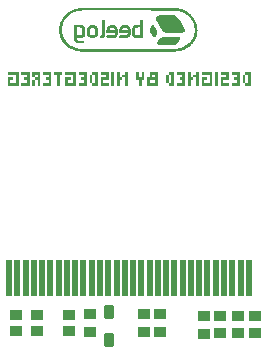
<source format=gbs>
G04 Layer: BottomSolderMaskLayer*
G04 EasyEDA Pro v2.2.28.1, 2024-09-30 17:42:25*
G04 Gerber Generator version 0.3*
G04 Scale: 100 percent, Rotated: No, Reflected: No*
G04 Dimensions in millimeters*
G04 Leading zeros omitted, absolute positions, 3 integers and 5 decimals*
%FSLAX35Y35*%
%MOMM*%
%AMRoundRect*1,1,$1,$2,$3*1,1,$1,$4,$5*1,1,$1,0-$2,0-$3*1,1,$1,0-$4,0-$5*20,1,$1,$2,$3,$4,$5,0*20,1,$1,$4,$5,0-$2,0-$3,0*20,1,$1,0-$2,0-$3,0-$4,0-$5,0*20,1,$1,0-$4,0-$5,$2,$3,0*4,1,4,$2,$3,$4,$5,0-$2,0-$3,0-$4,0-$5,$2,$3,0*%
%ADD10RoundRect,0.09131X0.45514X0.40514X0.45514X-0.40514*%
%ADD11RoundRect,0.09131X0.45514X0.40514X0.45514X-0.40514*%
%ADD12RoundRect,0.09131X-0.45514X-0.40514X-0.45514X0.40514*%
%ADD13RoundRect,0.0911X-0.38046X-0.50545X-0.38046X0.50545*%
%ADD14RoundRect,0.09138X-0.43712X-0.40835X-0.43712X0.40835*%
%ADD15RoundRect,0.0886X0.18458X1.50932X0.18458X-1.50932*%
%ADD16RoundRect,0.08296X0.18458X1.50932X0.18458X-1.50932*%
%ADD17RoundRect,0.08324X0.18464X1.50938X0.18464X-1.50938*%
G75*


G04 Image Start*
G36*
G01X6991428Y-2677795D02*
G01X6981793Y-2678428D01*
G01X6972427Y-2678842D01*
G01X6185315Y-2678586D01*
G01X6178934Y-2677921D01*
G01X6161239Y-2675446D01*
G01X6144297Y-2671782D01*
G01X6128094Y-2666923D01*
G01X6112615Y-2660864D01*
G01X6097848Y-2653597D01*
G01X6083780Y-2645118D01*
G01X6070396Y-2635420D01*
G01X6057682Y-2624497D01*
G01X6051001Y-2617978D01*
G01X6044709Y-2611238D01*
G01X6038811Y-2604285D01*
G01X6033311Y-2597126D01*
G01X6028210Y-2589769D01*
G01X6023515Y-2582222D01*
G01X6019227Y-2574493D01*
G01X6015350Y-2566589D01*
G01X6011888Y-2558519D01*
G01X6008845Y-2550290D01*
G01X6006224Y-2541910D01*
G01X6004029Y-2533386D01*
G01X6002263Y-2524727D01*
G01X6000930Y-2515940D01*
G01X6000034Y-2507034D01*
G01X5999606Y-2498591D01*
G01X6023216Y-2498591D01*
G01X6023699Y-2504732D01*
G01X6025649Y-2520030D01*
G01X6029019Y-2534828D01*
G01X6033743Y-2549066D01*
G01X6039757Y-2562685D01*
G01X6046995Y-2575624D01*
G01X6055394Y-2587826D01*
G01X6064887Y-2599230D01*
G01X6075411Y-2609776D01*
G01X6086900Y-2619406D01*
G01X6099289Y-2628060D01*
G01X6112515Y-2635678D01*
G01X6126510Y-2642201D01*
G01X6141212Y-2647570D01*
G01X6156555Y-2651725D01*
G01X6172473Y-2654607D01*
G01X6188903Y-2656155D01*
G01X6196018Y-2656523D01*
G01X6196018Y-2656523D01*
G01X6975309Y-2656527D01*
G01X6982513Y-2656143D01*
G01X6999151Y-2654545D01*
G01X7015252Y-2651590D01*
G01X7030750Y-2647340D01*
G01X7045580Y-2641855D01*
G01X7059678Y-2635197D01*
G01X7072976Y-2627426D01*
G01X7085410Y-2618603D01*
G01X7096915Y-2608790D01*
G01X7107426Y-2598048D01*
G01X7116876Y-2586437D01*
G01X7125202Y-2574018D01*
G01X7132336Y-2560853D01*
G01X7138214Y-2547003D01*
G01X7142771Y-2532528D01*
G01X7145942Y-2517490D01*
G01X7146986Y-2509778D01*
G01X7147660Y-2501949D01*
G01X7148162Y-2493793D01*
G01X7147664Y-2485636D01*
G01X7145974Y-2470273D01*
G01X7142848Y-2455381D01*
G01X7138353Y-2441025D01*
G01X7132553Y-2427266D01*
G01X7125515Y-2414166D01*
G01X7117305Y-2401789D01*
G01X7107988Y-2390196D01*
G01X7097630Y-2379451D01*
G01X7086297Y-2369614D01*
G01X7074055Y-2360749D01*
G01X7060969Y-2352919D01*
G01X7047105Y-2346185D01*
G01X7032530Y-2340611D01*
G01X7017308Y-2336257D01*
G01X7001506Y-2333188D01*
G01X6985189Y-2331465D01*
G01X6586693Y-2331109D01*
G01X6193137Y-2331059D01*
G01X6186962Y-2331441D01*
G01X6170176Y-2333217D01*
G01X6153942Y-2336389D01*
G01X6138328Y-2340891D01*
G01X6123403Y-2346656D01*
G01X6109239Y-2353615D01*
G01X6095903Y-2361702D01*
G01X6083466Y-2370849D01*
G01X6071997Y-2380989D01*
G01X6061567Y-2392054D01*
G01X6052243Y-2403978D01*
G01X6044097Y-2416692D01*
G01X6037197Y-2430129D01*
G01X6031614Y-2444222D01*
G01X6029337Y-2451493D01*
G01X6027416Y-2458903D01*
G01X6025859Y-2466444D01*
G01X6024674Y-2474106D01*
G01X6023870Y-2481882D01*
G01X6023457Y-2489762D01*
G01X6023216Y-2498591D01*
G01X5999606Y-2498591D01*
G01X5999577Y-2498015D01*
G01X5999333Y-2488611D01*
G01X5999824Y-2482086D01*
G01X6000695Y-2473322D01*
G01X6001978Y-2464691D01*
G01X6003662Y-2456201D01*
G01X6005739Y-2447860D01*
G01X6008200Y-2439676D01*
G01X6011035Y-2431659D01*
G01X6014235Y-2423817D01*
G01X6017791Y-2416157D01*
G01X6021695Y-2408689D01*
G01X6025936Y-2401421D01*
G01X6030507Y-2394361D01*
G01X6035397Y-2387518D01*
G01X6040598Y-2380901D01*
G01X6046101Y-2374516D01*
G01X6057974Y-2362483D01*
G01X6070945Y-2351485D01*
G01X6084940Y-2341591D01*
G01X6099886Y-2332868D01*
G01X6115711Y-2325383D01*
G01X6123931Y-2322126D01*
G01X6132343Y-2319204D01*
G01X6140938Y-2316625D01*
G01X6149707Y-2314398D01*
G01X6158642Y-2312531D01*
G01X6167732Y-2311033D01*
G01X6176969Y-2309912D01*
G01X6186344Y-2309177D01*
G01X6193137Y-2308788D01*
G01X6586899Y-2308843D01*
G01X6985806Y-2309199D01*
G01X6995234Y-2309956D01*
G01X7004523Y-2311108D01*
G01X7013662Y-2312646D01*
G01X7022643Y-2314562D01*
G01X7031456Y-2316846D01*
G01X7040092Y-2319491D01*
G01X7048541Y-2322485D01*
G01X7056794Y-2325822D01*
G01X7064841Y-2329492D01*
G01X7072673Y-2333485D01*
G01X7080281Y-2337794D01*
G01X7087655Y-2342408D01*
G01X7094786Y-2347320D01*
G01X7101665Y-2352520D01*
G01X7108281Y-2358000D01*
G01X7114626Y-2363750D01*
G01X7120690Y-2369761D01*
G01X7126464Y-2376025D01*
G01X7131938Y-2382533D01*
G01X7137103Y-2389275D01*
G01X7141950Y-2396244D01*
G01X7146469Y-2403429D01*
G01X7150650Y-2410822D01*
G01X7154485Y-2418414D01*
G01X7157964Y-2426197D01*
G01X7161077Y-2434161D01*
G01X7163815Y-2442297D01*
G01X7166169Y-2450596D01*
G01X7168129Y-2459050D01*
G01X7169686Y-2467649D01*
G01X7170831Y-2476385D01*
G01X7171553Y-2485249D01*
G01X7172039Y-2493786D01*
G01X7171539Y-2502522D01*
G01X7170803Y-2511504D01*
G01X7169636Y-2520349D01*
G01X7168047Y-2529051D01*
G01X7166046Y-2537598D01*
G01X7163644Y-2545983D01*
G01X7160848Y-2554197D01*
G01X7157670Y-2562230D01*
G01X7154118Y-2570074D01*
G01X7150202Y-2577720D01*
G01X7145932Y-2585159D01*
G01X7141317Y-2592382D01*
G01X7136367Y-2599381D01*
G01X7131092Y-2606145D01*
G01X7125501Y-2612667D01*
G01X7119603Y-2618937D01*
G01X7113409Y-2624947D01*
G01X7106928Y-2630688D01*
G01X7100170Y-2636151D01*
G01X7093143Y-2641326D01*
G01X7085858Y-2646205D01*
G01X7078325Y-2650780D01*
G01X7070553Y-2655040D01*
G01X7062551Y-2658978D01*
G01X7054329Y-2662584D01*
G01X7045897Y-2665850D01*
G01X7037265Y-2668766D01*
G01X7028441Y-2671324D01*
G01X7019436Y-2673515D01*
G01X7010259Y-2675330D01*
G01X7000920Y-2676759D01*
G01X6991428Y-2677795D01*
G37*
G36*
G01X6911914Y-2621136D02*
G01X6845638Y-2621239D01*
G01X6842548Y-2620690D01*
G01X6838699Y-2619725D01*
G01X6835549Y-2618316D01*
G01X6833087Y-2616460D01*
G01X6831305Y-2614151D01*
G01X6830415Y-2612589D01*
G01X6830401Y-2606448D01*
G01X6838593Y-2590903D01*
G01X6846784Y-2575357D01*
G01X6848994Y-2572620D01*
G01X6851877Y-2569394D01*
G01X6855122Y-2566393D01*
G01X6858682Y-2563643D01*
G01X6862511Y-2561173D01*
G01X6870787Y-2557180D01*
G01X6875142Y-2555712D01*
G01X6879578Y-2554634D01*
G01X6882531Y-2554055D01*
G01X7011947Y-2554096D01*
G01X7014212Y-2554778D01*
G01X7018664Y-2556587D01*
G01X7021879Y-2558981D01*
G01X7023911Y-2562015D01*
G01X7024811Y-2565744D01*
G01X7025012Y-2568076D01*
G01X7023737Y-2572716D01*
G01X7012590Y-2590032D01*
G01X7003190Y-2604144D01*
G01X6999590Y-2608888D01*
G01X6996364Y-2612440D01*
G01X6993243Y-2615062D01*
G01X6989956Y-2617018D01*
G01X6986235Y-2618568D01*
G01X6981808Y-2619975D01*
G01X6978190Y-2621034D01*
G01X6911914Y-2621136D01*
G37*
G36*
G01X6210390Y-2605054D02*
G01X6206489Y-2607151D01*
G01X6204363Y-2607791D01*
G01X6161752Y-2607791D01*
G01X6158229Y-2607218D01*
G01X6152961Y-2606013D01*
G01X6148003Y-2604185D01*
G01X6143415Y-2601786D01*
G01X6139260Y-2598864D01*
G01X6135599Y-2595471D01*
G01X6132494Y-2591655D01*
G01X6130007Y-2587467D01*
G01X6128200Y-2582957D01*
G01X6127270Y-2579963D01*
G01X6127270Y-2508206D01*
G01X6152999Y-2508206D01*
G01X6152999Y-2541427D01*
G01X6186962Y-2541155D01*
G01X6188474Y-2540641D01*
G01X6192167Y-2538559D01*
G01X6195269Y-2535522D01*
G01X6196577Y-2533706D01*
G01X6196836Y-2531694D01*
G01X6196968Y-2506459D01*
G01X6196842Y-2483237D01*
G01X6195950Y-2481685D01*
G01X6193367Y-2478708D01*
G01X6190065Y-2476336D01*
G01X6188114Y-2475660D01*
G01X6184880Y-2475273D01*
G01X6169157Y-2475027D01*
G01X6152999Y-2474985D01*
G01X6152999Y-2508206D01*
G01X6152999Y-2508206D01*
G01X6127270Y-2508206D01*
G01X6127270Y-2460207D01*
G01X6128411Y-2458188D01*
G01X6129552Y-2456170D01*
G01X6131257Y-2455018D01*
G01X6135027Y-2453294D01*
G01X6137093Y-2452722D01*
G01X6163057Y-2452767D01*
G01X6191273Y-2453160D01*
G01X6196624Y-2454351D01*
G01X6201674Y-2456192D01*
G01X6206353Y-2458631D01*
G01X6210595Y-2461611D01*
G01X6214332Y-2465079D01*
G01X6217497Y-2468980D01*
G01X6220022Y-2473260D01*
G01X6221840Y-2477864D01*
G01X6222772Y-2480934D01*
G01X6222774Y-2507994D01*
G01X6222777Y-2535055D01*
G01X6222011Y-2537742D01*
G01X6220408Y-2542189D01*
G01X6218244Y-2546306D01*
G01X6215545Y-2550065D01*
G01X6212341Y-2553442D01*
G01X6208658Y-2556411D01*
G01X6204526Y-2558945D01*
G01X6199971Y-2561020D01*
G01X6195022Y-2562609D01*
G01X6191902Y-2563421D01*
G01X6172418Y-2563560D01*
G01X6152934Y-2563698D01*
G01X6153069Y-2570679D01*
G01X6153205Y-2577660D01*
G01X6153947Y-2578928D01*
G01X6156645Y-2581967D01*
G01X6160348Y-2584321D01*
G01X6162673Y-2585337D01*
G01X6205898Y-2585735D01*
G01X6207451Y-2586408D01*
G01X6210804Y-2588654D01*
G01X6213108Y-2591766D01*
G01X6214034Y-2593775D01*
G01X6214034Y-2599546D01*
G01X6213099Y-2601572D01*
G01X6212165Y-2603598D01*
G01X6210390Y-2605054D01*
G37*
G36*
G01X6359840Y-2563541D02*
G01X6354877Y-2563748D01*
G01X6350323Y-2562514D01*
G01X6346598Y-2559457D01*
G01X6344687Y-2555398D01*
G01X6344682Y-2552711D01*
G01X6344678Y-2550024D01*
G01X6345525Y-2548270D01*
G01X6347149Y-2545880D01*
G01X6349523Y-2543924D01*
G01X6352693Y-2542372D01*
G01X6356702Y-2541199D01*
G01X6359717Y-2540524D01*
G01X6360922Y-2539579D01*
G01X6362127Y-2538633D01*
G01X6362127Y-2417549D01*
G01X6362733Y-2415656D01*
G01X6363538Y-2413847D01*
G01X6364719Y-2412277D01*
G01X6366272Y-2410948D01*
G01X6368194Y-2409864D01*
G01X6370539Y-2408794D01*
G01X6374463Y-2408679D01*
G01X6378388Y-2408564D01*
G01X6380584Y-2409292D01*
G01X6382780Y-2410021D01*
G01X6384596Y-2411682D01*
G01X6386090Y-2413368D01*
G01X6387134Y-2415089D01*
G01X6387856Y-2416834D01*
G01X6387856Y-2542348D01*
G01X6387132Y-2544843D01*
G01X6384907Y-2550198D01*
G01X6383406Y-2553059D01*
G01X6380485Y-2555773D01*
G01X6377565Y-2558487D01*
G01X6374260Y-2560084D01*
G01X6367879Y-2562507D01*
G01X6364803Y-2563333D01*
G01X6359840Y-2563541D01*
G37*
G36*
G01X6292207Y-2563118D02*
G01X6288232Y-2563727D01*
G01X6281646Y-2563532D01*
G01X6275059Y-2563336D01*
G01X6271113Y-2562380D01*
G01X6264281Y-2560272D01*
G01X6258021Y-2557430D01*
G01X6252400Y-2553918D01*
G01X6247482Y-2549800D01*
G01X6243334Y-2545138D01*
G01X6240021Y-2539996D01*
G01X6237609Y-2534439D01*
G01X6236164Y-2528530D01*
G01X6235705Y-2525570D01*
G01X6261680Y-2525570D01*
G01X6262507Y-2528069D01*
G01X6263681Y-2530779D01*
G01X6265273Y-2533187D01*
G01X6267232Y-2535290D01*
G01X6269508Y-2537081D01*
G01X6272047Y-2538555D01*
G01X6274799Y-2539707D01*
G01X6274799Y-2539707D01*
G01X6280735Y-2541020D01*
G01X6286903Y-2540979D01*
G01X6292893Y-2539540D01*
G01X6295691Y-2538282D01*
G01X6298290Y-2536658D01*
G01X6300638Y-2534664D01*
G01X6302684Y-2532292D01*
G01X6304427Y-2529913D01*
G01X6305098Y-2527103D01*
G01X6305769Y-2524293D01*
G01X6305643Y-2507219D01*
G01X6305518Y-2490146D01*
G01X6304755Y-2488227D01*
G01X6302311Y-2484049D01*
G01X6298674Y-2480460D01*
G01X6294143Y-2477690D01*
G01X6289017Y-2475973D01*
G01X6286174Y-2475379D01*
G01X6278607Y-2475729D01*
G01X6276010Y-2476536D01*
G01X6271286Y-2478616D01*
G01X6267245Y-2481595D01*
G01X6264150Y-2485231D01*
G01X6262266Y-2489277D01*
G01X6261689Y-2491298D01*
G01X6261685Y-2508434D01*
G01X6261680Y-2525570D01*
G01X6235705Y-2525570D01*
G01X6235688Y-2525459D01*
G01X6235987Y-2486692D01*
G01X6236867Y-2483757D01*
G01X6239098Y-2478020D01*
G01X6242184Y-2472713D01*
G01X6246050Y-2467898D01*
G01X6250620Y-2463635D01*
G01X6255821Y-2459984D01*
G01X6261576Y-2457007D01*
G01X6267812Y-2454764D01*
G01X6274453Y-2453315D01*
G01X6278352Y-2452726D01*
G01X6283910Y-2452763D01*
G01X6292787Y-2453321D01*
G01X6301297Y-2455420D01*
G01X6309255Y-2458896D01*
G01X6316403Y-2463609D01*
G01X6319592Y-2466386D01*
G01X6322482Y-2469419D01*
G01X6325138Y-2472490D01*
G01X6327362Y-2476712D01*
G01X6330522Y-2484389D01*
G01X6331458Y-2487843D01*
G01X6331458Y-2528530D01*
G01X6330521Y-2531961D01*
G01X6328395Y-2537760D01*
G01X6325340Y-2543152D01*
G01X6321440Y-2548068D01*
G01X6316779Y-2552440D01*
G01X6311442Y-2556199D01*
G01X6305511Y-2559277D01*
G01X6299072Y-2561607D01*
G01X6292207Y-2563118D01*
G37*
G36*
G01X6574343Y-2563412D02*
G01X6547241Y-2563549D01*
G01X6520140Y-2563686D01*
G01X6517987Y-2563103D01*
G01X6514119Y-2561361D01*
G01X6512404Y-2560203D01*
G01X6511265Y-2558184D01*
G01X6510126Y-2556166D01*
G01X6510126Y-2548873D01*
G01X6511265Y-2546854D01*
G01X6512404Y-2544835D01*
G01X6514109Y-2543684D01*
G01X6517880Y-2541960D01*
G01X6519946Y-2541388D01*
G01X6567789Y-2541388D01*
G01X6570173Y-2540809D01*
G01X6572855Y-2539864D01*
G01X6575277Y-2538426D01*
G01X6577349Y-2536561D01*
G01X6578979Y-2534337D01*
G01X6579675Y-2533136D01*
G01X6579827Y-2526323D01*
G01X6579980Y-2519509D01*
G01X6509861Y-2519509D01*
G01X6510112Y-2494217D01*
G01X6535852Y-2494217D01*
G01X6535852Y-2497247D01*
G01X6579900Y-2497247D01*
G01X6579900Y-2495015D01*
G01X6579271Y-2490193D01*
G01X6577486Y-2485886D01*
G01X6574699Y-2482192D01*
G01X6571063Y-2479210D01*
G01X6566731Y-2477039D01*
G01X6561857Y-2475779D01*
G01X6556594Y-2475530D01*
G01X6551096Y-2476389D01*
G01X6546252Y-2478266D01*
G01X6542047Y-2481102D01*
G01X6538762Y-2484656D01*
G01X6536679Y-2488688D01*
G01X6535852Y-2491187D01*
G01X6535852Y-2494217D01*
G01X6535852Y-2494217D01*
G01X6510112Y-2494217D01*
G01X6510184Y-2487076D01*
G01X6511093Y-2483830D01*
G01X6513205Y-2478174D01*
G01X6516219Y-2472909D01*
G01X6520051Y-2468104D01*
G01X6524619Y-2463826D01*
G01X6529839Y-2460142D01*
G01X6535628Y-2457120D01*
G01X6541904Y-2454827D01*
G01X6548583Y-2453331D01*
G01X6552463Y-2452722D01*
G01X6558051Y-2452762D01*
G01X6566958Y-2453321D01*
G01X6573647Y-2454834D01*
G01X6579954Y-2457175D01*
G01X6585790Y-2460271D01*
G01X6591063Y-2464044D01*
G01X6595681Y-2468420D01*
G01X6599553Y-2473324D01*
G01X6602587Y-2478679D01*
G01X6604692Y-2484412D01*
G01X6605630Y-2487843D01*
G01X6605625Y-2535439D01*
G01X6604692Y-2538509D01*
G01X6603077Y-2542707D01*
G01X6600880Y-2546631D01*
G01X6598142Y-2550247D01*
G01X6594898Y-2553524D01*
G01X6591188Y-2556425D01*
G01X6587049Y-2558919D01*
G01X6582519Y-2560970D01*
G01X6577636Y-2562546D01*
G01X6574343Y-2563412D01*
G37*
G36*
G01X6438561Y-2563549D02*
G01X6411459Y-2563686D01*
G01X6409306Y-2563103D01*
G01X6405438Y-2561361D01*
G01X6403723Y-2560203D01*
G01X6402584Y-2558184D01*
G01X6401445Y-2556166D01*
G01X6401445Y-2548873D01*
G01X6402584Y-2546854D01*
G01X6403723Y-2544835D01*
G01X6405429Y-2543684D01*
G01X6409199Y-2541960D01*
G01X6411265Y-2541388D01*
G01X6459108Y-2541388D01*
G01X6461493Y-2540809D01*
G01X6464174Y-2539864D01*
G01X6466596Y-2538426D01*
G01X6468668Y-2536561D01*
G01X6470298Y-2534337D01*
G01X6470994Y-2533136D01*
G01X6471147Y-2526323D01*
G01X6471299Y-2519509D01*
G01X6401180Y-2519509D01*
G01X6401432Y-2494217D01*
G01X6427171Y-2494217D01*
G01X6427171Y-2497247D01*
G01X6471219Y-2497247D01*
G01X6471219Y-2495015D01*
G01X6470590Y-2490193D01*
G01X6468805Y-2485886D01*
G01X6466018Y-2482192D01*
G01X6462382Y-2479210D01*
G01X6458050Y-2477039D01*
G01X6453176Y-2475779D01*
G01X6447913Y-2475530D01*
G01X6442415Y-2476389D01*
G01X6437572Y-2478266D01*
G01X6433367Y-2481102D01*
G01X6430082Y-2484656D01*
G01X6427999Y-2488688D01*
G01X6427171Y-2491187D01*
G01X6427171Y-2494217D01*
G01X6427171Y-2494217D01*
G01X6401432Y-2494217D01*
G01X6401503Y-2487076D01*
G01X6402412Y-2483830D01*
G01X6404525Y-2478174D01*
G01X6407538Y-2472909D01*
G01X6411370Y-2468104D01*
G01X6415938Y-2463826D01*
G01X6421158Y-2460142D01*
G01X6426947Y-2457120D01*
G01X6433223Y-2454827D01*
G01X6439902Y-2453331D01*
G01X6443783Y-2452722D01*
G01X6449371Y-2452762D01*
G01X6458278Y-2453321D01*
G01X6464966Y-2454834D01*
G01X6471274Y-2457175D01*
G01X6477110Y-2460271D01*
G01X6482382Y-2464044D01*
G01X6487001Y-2468420D01*
G01X6490872Y-2473324D01*
G01X6493907Y-2478679D01*
G01X6496012Y-2484412D01*
G01X6496949Y-2487843D01*
G01X6496944Y-2535439D01*
G01X6496011Y-2538509D01*
G01X6494396Y-2542707D01*
G01X6492200Y-2546631D01*
G01X6489461Y-2550247D01*
G01X6486217Y-2553524D01*
G01X6482507Y-2556425D01*
G01X6478368Y-2558919D01*
G01X6473838Y-2560970D01*
G01X6468955Y-2562546D01*
G01X6465662Y-2563412D01*
G01X6438561Y-2563549D01*
G37*
G36*
G01X6704487Y-2563650D02*
G01X6653285Y-2563650D01*
G01X6649762Y-2563078D01*
G01X6644541Y-2561885D01*
G01X6639623Y-2560081D01*
G01X6635067Y-2557711D01*
G01X6630930Y-2554822D01*
G01X6627272Y-2551462D01*
G01X6624151Y-2547677D01*
G01X6621624Y-2543514D01*
G01X6619752Y-2539019D01*
G01X6618828Y-2536206D01*
G01X6618557Y-2483621D01*
G01X6618705Y-2482793D01*
G01X6644738Y-2482793D01*
G01X6644738Y-2533519D01*
G01X6645480Y-2534787D01*
G01X6648178Y-2537826D01*
G01X6651881Y-2540180D01*
G01X6654207Y-2541196D01*
G01X6654207Y-2541196D01*
G01X6688581Y-2541434D01*
G01X6688581Y-2474946D01*
G01X6654207Y-2475217D01*
G01X6652694Y-2475732D01*
G01X6648976Y-2477844D01*
G01X6645986Y-2480911D01*
G01X6644738Y-2482793D01*
G01X6618705Y-2482793D01*
G01X6619004Y-2481126D01*
G01X6620394Y-2475945D01*
G01X6622600Y-2471128D01*
G01X6625557Y-2466737D01*
G01X6629198Y-2462833D01*
G01X6633456Y-2459477D01*
G01X6638265Y-2456730D01*
G01X6643559Y-2454653D01*
G01X6649270Y-2453308D01*
G01X6652874Y-2452722D01*
G01X6688581Y-2452722D01*
G01X6688581Y-2417549D01*
G01X6689189Y-2415639D01*
G01X6691230Y-2412170D01*
G01X6692662Y-2410610D01*
G01X6697020Y-2408824D01*
G01X6700931Y-2408694D01*
G01X6704842Y-2408564D01*
G01X6707038Y-2409292D01*
G01X6709234Y-2410021D01*
G01X6711050Y-2411682D01*
G01X6712544Y-2413368D01*
G01X6713588Y-2415089D01*
G01X6714310Y-2416834D01*
G01X6714310Y-2555398D01*
G01X6713570Y-2557186D01*
G01X6712830Y-2558973D01*
G01X6710842Y-2560707D01*
G01X6708854Y-2562441D01*
G01X6706671Y-2563046D01*
G01X6704487Y-2563650D01*
G37*
G36*
G01X6808434Y-2558879D02*
G01X6806226Y-2559527D01*
G01X6804007Y-2559313D01*
G01X6799638Y-2558140D01*
G01X6795726Y-2555741D01*
G01X6793983Y-2554246D01*
G01X6785602Y-2540620D01*
G01X6769969Y-2514738D01*
G01X6767624Y-2509839D01*
G01X6766584Y-2506038D01*
G01X6765874Y-2501159D01*
G01X6765687Y-2495524D01*
G01X6766015Y-2489695D01*
G01X6766851Y-2484232D01*
G01X6767295Y-2482157D01*
G01X6774244Y-2470222D01*
G01X6781193Y-2458288D01*
G01X6783361Y-2456432D01*
G01X6787579Y-2453597D01*
G01X6789630Y-2452620D01*
G01X6794586Y-2452346D01*
G01X6796124Y-2452896D01*
G01X6799411Y-2454390D01*
G01X6800916Y-2455674D01*
G01X6802645Y-2457735D01*
G01X6807724Y-2465460D01*
G01X6816547Y-2480092D01*
G01X6829366Y-2501513D01*
G01X6830169Y-2504466D01*
G01X6831461Y-2510873D01*
G01X6831951Y-2514328D01*
G01X6831721Y-2519701D01*
G01X6831491Y-2525075D01*
G01X6830454Y-2528823D01*
G01X6829416Y-2532571D01*
G01X6821881Y-2544143D01*
G01X6814346Y-2555716D01*
G01X6812493Y-2556973D01*
G01X6808434Y-2558879D01*
G37*
G36*
G01X7052351Y-2516468D02*
G01X7046322Y-2518638D01*
G01X7043646Y-2519318D01*
G01X6905737Y-2519318D01*
G01X6902032Y-2518238D01*
G01X6896016Y-2516146D01*
G01X6890584Y-2513528D01*
G01X6885661Y-2510346D01*
G01X6881173Y-2506555D01*
G01X6878078Y-2503356D01*
G01X6873885Y-2497400D01*
G01X6849734Y-2457937D01*
G01X6825560Y-2418051D01*
G01X6824401Y-2415090D01*
G01X6822555Y-2408724D01*
G01X6821867Y-2405319D01*
G01X6822088Y-2400329D01*
G01X6822380Y-2396453D01*
G01X6822968Y-2393313D01*
G01X6824012Y-2390311D01*
G01X6825670Y-2386852D01*
G01X6827685Y-2382970D01*
G01X6829866Y-2381139D01*
G01X6834227Y-2377966D01*
G01X6839354Y-2375038D01*
G01X6844863Y-2372551D01*
G01X6850367Y-2370702D01*
G01X6854278Y-2369636D01*
G01X6972427Y-2369483D01*
G01X6975103Y-2370022D01*
G01X6981603Y-2371804D01*
G01X6987832Y-2374451D01*
G01X6993694Y-2377917D01*
G01X6999093Y-2382152D01*
G01X7002244Y-2384976D01*
G01X7030196Y-2430076D01*
G01X7049423Y-2461155D01*
G01X7059142Y-2477416D01*
G01X7062948Y-2485261D01*
G01X7064433Y-2491094D01*
G01X7065302Y-2497708D01*
G01X7065187Y-2500599D01*
G01X7064695Y-2503258D01*
G01X7063815Y-2505720D01*
G01X7062539Y-2508020D01*
G01X7058758Y-2512272D01*
G01X7055704Y-2514977D01*
G01X7052351Y-2516468D01*
G37*
G04 Image End*

G04 Text Start*
G36*
G01X5657224Y-2909128D02*
G01X5657224Y-2966582D01*
G01X5564618Y-2966582D01*
G01X5564618Y-2897249D01*
G01X5611163Y-2897249D01*
G01X5611163Y-2920522D01*
G01X5587891Y-2920522D01*
G01X5587891Y-2944279D01*
G01X5634436Y-2944279D01*
G01X5634436Y-2874946D01*
G01X5564618Y-2874946D01*
G01X5564618Y-2851673D01*
G01X5657224Y-2851673D01*
G01X5657224Y-2909128D01*
G37*
G36*
G01X5749830Y-2909128D02*
G01X5749830Y-2966582D01*
G01X5680497Y-2966582D01*
G01X5680497Y-2944279D01*
G01X5727042Y-2944279D01*
G01X5727042Y-2920522D01*
G01X5703769Y-2920522D01*
G01X5703527Y-2919310D01*
G01X5703285Y-2907916D01*
G01X5703285Y-2897734D01*
G01X5704497Y-2897492D01*
G01X5716375Y-2897249D01*
G01X5727042Y-2897249D01*
G01X5727042Y-2874946D01*
G01X5680497Y-2874946D01*
G01X5680497Y-2851673D01*
G01X5749830Y-2851673D01*
G01X5749830Y-2909128D01*
G37*
G36*
G01X7530193Y-2909128D02*
G01X7530193Y-2966582D01*
G01X7460859Y-2966582D01*
G01X7460859Y-2944279D01*
G01X7507405Y-2944279D01*
G01X7507405Y-2920522D01*
G01X7483647Y-2920522D01*
G01X7483647Y-2897734D01*
G01X7484859Y-2897492D01*
G01X7496738Y-2897249D01*
G01X7507405Y-2897249D01*
G01X7507405Y-2874946D01*
G01X7460859Y-2874946D01*
G01X7460859Y-2851673D01*
G01X7530193Y-2851673D01*
G01X7530193Y-2909128D01*
G37*
G36*
G01X6327769Y-2966582D02*
G01X6282193Y-2966582D01*
G01X6282193Y-2944279D01*
G01X6293345Y-2944279D01*
G01X6304739Y-2944037D01*
G01X6304981Y-2909370D01*
G01X6304981Y-2874946D01*
G01X6282193Y-2874946D01*
G01X6282193Y-2851673D01*
G01X6327769Y-2851673D01*
G01X6327769Y-2966582D01*
G37*
G36*
G01X6836375Y-2909128D02*
G01X6836375Y-2966582D01*
G01X6744254Y-2966582D01*
G01X6744254Y-2920522D01*
G01X6767526Y-2920522D01*
G01X6767526Y-2944279D01*
G01X6790314Y-2944279D01*
G01X6813345Y-2944037D01*
G01X6813587Y-2932158D01*
G01X6813587Y-2920522D01*
G01X6813587Y-2920522D01*
G01X6767526Y-2920522D01*
G01X6744254Y-2920522D01*
G01X6744254Y-2897249D01*
G01X6767526Y-2897249D01*
G01X6767526Y-2874946D01*
G01X6790314Y-2874946D01*
G01X6790314Y-2897249D01*
G01X6801708Y-2897249D01*
G01X6813345Y-2897007D01*
G01X6813587Y-2885855D01*
G01X6813587Y-2874946D01*
G01X6813587Y-2874946D01*
G01X6790314Y-2874946D01*
G01X6767526Y-2874946D01*
G01X6767526Y-2851673D01*
G01X6836375Y-2851673D01*
G01X6836375Y-2909128D01*
G37*
G36*
G01X6419890Y-2955431D02*
G01X6419890Y-2966582D01*
G01X6351042Y-2966582D01*
G01X6351042Y-2897249D01*
G01X6396617Y-2897249D01*
G01X6396617Y-2874946D01*
G01X6351042Y-2874946D01*
G01X6351042Y-2851673D01*
G01X6419890Y-2851673D01*
G01X6419890Y-2920522D01*
G01X6373830Y-2920522D01*
G01X6373830Y-2944279D01*
G01X6419890Y-2944279D01*
G01X6419890Y-2955431D01*
G37*
G36*
G01X7344981Y-2909128D02*
G01X7344981Y-2966582D01*
G01X7322193Y-2966582D01*
G01X7322193Y-2851673D01*
G01X7344981Y-2851673D01*
G01X7344981Y-2909128D01*
G37*
G36*
G01X6698193Y-2966582D02*
G01X6674920Y-2966582D01*
G01X6674920Y-2920522D01*
G01X6651648Y-2920522D01*
G01X6651648Y-2851673D01*
G01X6674435Y-2851673D01*
G01X6674678Y-2852886D01*
G01X6674920Y-2875673D01*
G01X6674920Y-2897249D01*
G01X6698193Y-2897249D01*
G01X6698193Y-2851673D01*
G01X6720981Y-2851673D01*
G01X6720981Y-2920522D01*
G01X6698193Y-2920522D01*
G01X6698193Y-2966582D01*
G37*
G36*
G01X7136496Y-2920522D02*
G01X7113223Y-2920522D01*
G01X7113223Y-2966582D01*
G01X7090435Y-2966582D01*
G01X7090435Y-2851673D01*
G01X7113223Y-2851673D01*
G01X7113223Y-2897249D01*
G01X7136496Y-2897249D01*
G01X7136496Y-2920522D01*
G37*
G36*
G01X6466436Y-2966582D02*
G01X6443648Y-2966582D01*
G01X6443648Y-2851673D01*
G01X6466436Y-2851673D01*
G01X6466436Y-2966582D01*
G37*
G36*
G01X5796375Y-2966582D02*
G01X5773103Y-2966582D01*
G01X5773103Y-2920522D01*
G01X5796375Y-2920522D01*
G01X5796375Y-2966582D01*
G37*
G36*
G01X6512981Y-2966582D02*
G01X6489708Y-2966582D01*
G01X6489708Y-2851673D01*
G01X6512496Y-2851673D01*
G01X6512739Y-2852886D01*
G01X6512981Y-2875673D01*
G01X6512981Y-2897249D01*
G01X6536254Y-2897249D01*
G01X6536254Y-2920522D01*
G01X6512981Y-2920522D01*
G01X6512981Y-2966582D01*
G37*
G36*
G01X7437587Y-2966582D02*
G01X7368253Y-2966582D01*
G01X7368253Y-2897249D01*
G01X7414314Y-2897249D01*
G01X7414314Y-2874946D01*
G01X7368253Y-2874946D01*
G01X7368253Y-2851673D01*
G01X7437102Y-2851673D01*
G01X7437344Y-2852886D01*
G01X7437587Y-2887310D01*
G01X7437587Y-2920522D01*
G01X7391041Y-2920522D01*
G01X7391041Y-2944279D01*
G01X7437102Y-2944279D01*
G01X7437344Y-2945491D01*
G01X7437587Y-2956643D01*
G01X7437587Y-2966582D01*
G37*
G36*
G01X6974072Y-2966582D02*
G01X6928496Y-2966582D01*
G01X6928496Y-2944279D01*
G01X6939648Y-2944279D01*
G01X6951041Y-2944037D01*
G01X6951284Y-2909370D01*
G01X6951284Y-2874946D01*
G01X6928496Y-2874946D01*
G01X6928496Y-2851673D01*
G01X6974072Y-2851673D01*
G01X6974072Y-2966582D01*
G37*
G36*
G01X6235648Y-2909128D02*
G01X6235648Y-2966582D01*
G01X6166799Y-2966582D01*
G01X6166799Y-2944279D01*
G01X6212860Y-2944279D01*
G01X6212860Y-2920522D01*
G01X6189587Y-2920522D01*
G01X6189587Y-2897249D01*
G01X6212860Y-2897249D01*
G01X6212860Y-2874946D01*
G01X6166799Y-2874946D01*
G01X6166799Y-2851673D01*
G01X6235648Y-2851673D01*
G01X6235648Y-2909128D01*
G37*
G36*
G01X5935042Y-2909128D02*
G01X5935042Y-2966582D01*
G01X5865709Y-2966582D01*
G01X5865709Y-2944279D01*
G01X5912254Y-2944279D01*
G01X5912254Y-2920522D01*
G01X5888981Y-2920522D01*
G01X5888981Y-2897249D01*
G01X5912254Y-2897249D01*
G01X5912254Y-2874946D01*
G01X5866194Y-2874946D01*
G01X5865951Y-2873734D01*
G01X5865709Y-2862098D01*
G01X5865709Y-2851673D01*
G01X5935042Y-2851673D01*
G01X5935042Y-2909128D01*
G37*
G36*
G01X6143042Y-2966582D02*
G01X6050921Y-2966582D01*
G01X6050921Y-2897249D01*
G01X6096981Y-2897249D01*
G01X6097224Y-2898461D01*
G01X6097466Y-2910098D01*
G01X6097466Y-2920522D01*
G01X6074193Y-2920522D01*
G01X6074193Y-2944279D01*
G01X6120254Y-2944279D01*
G01X6120254Y-2874946D01*
G01X6050921Y-2874946D01*
G01X6050921Y-2851673D01*
G01X6143042Y-2851673D01*
G01X6143042Y-2966582D01*
G37*
G36*
G01X7182557Y-2966582D02*
G01X7159284Y-2966582D01*
G01X7159284Y-2897249D01*
G01X7136496Y-2897249D01*
G01X7136496Y-2874946D01*
G01X7159284Y-2874946D01*
G01X7159284Y-2851673D01*
G01X7182557Y-2851673D01*
G01X7182557Y-2966582D01*
G37*
G36*
G01X6582314Y-2966582D02*
G01X6559041Y-2966582D01*
G01X6559041Y-2897249D01*
G01X6536254Y-2897249D01*
G01X6536254Y-2874946D01*
G01X6559041Y-2874946D01*
G01X6559041Y-2851673D01*
G01X6582314Y-2851673D01*
G01X6582314Y-2966582D01*
G37*
G36*
G01X7066678Y-2909128D02*
G01X7066678Y-2966582D01*
G01X6997829Y-2966582D01*
G01X6997829Y-2944279D01*
G01X7043890Y-2944279D01*
G01X7043890Y-2920522D01*
G01X7020617Y-2920522D01*
G01X7020617Y-2897249D01*
G01X7043890Y-2897249D01*
G01X7043890Y-2874946D01*
G01X6997829Y-2874946D01*
G01X6997829Y-2851673D01*
G01X7066678Y-2851673D01*
G01X7066678Y-2909128D01*
G37*
G36*
G01X6003890Y-2966582D02*
G01X5981102Y-2966582D01*
G01X5981102Y-2874946D01*
G01X5958799Y-2874946D01*
G01X5958799Y-2851673D01*
G01X6027648Y-2851673D01*
G01X6027648Y-2874946D01*
G01X6003890Y-2874946D01*
G01X6003890Y-2966582D01*
G37*
G36*
G01X5842436Y-2966582D02*
G01X5819648Y-2966582D01*
G01X5819648Y-2920522D01*
G01X5796375Y-2920522D01*
G01X5796375Y-2897249D01*
G01X5807769Y-2897249D01*
G01X5819405Y-2897007D01*
G01X5819648Y-2885855D01*
G01X5819648Y-2874946D01*
G01X5796375Y-2874946D01*
G01X5796375Y-2897249D01*
G01X5773103Y-2897249D01*
G01X5773103Y-2851673D01*
G01X5842436Y-2851673D01*
G01X5842436Y-2966582D01*
G37*
G36*
G01X7621344Y-2966582D02*
G01X7576253Y-2966582D01*
G01X7576253Y-2944279D01*
G01X7587405Y-2944279D01*
G01X7598799Y-2944037D01*
G01X7599041Y-2909370D01*
G01X7599041Y-2874946D01*
G01X7576253Y-2874946D01*
G01X7576253Y-2851673D01*
G01X7621344Y-2851673D01*
G01X7621344Y-2966582D01*
G37*
G36*
G01X7298435Y-2966582D02*
G01X7206314Y-2966582D01*
G01X7206314Y-2897249D01*
G01X7252375Y-2897249D01*
G01X7252375Y-2920522D01*
G01X7229587Y-2920522D01*
G01X7229587Y-2944279D01*
G01X7275647Y-2944279D01*
G01X7275647Y-2874946D01*
G01X7206314Y-2874946D01*
G01X7206314Y-2851673D01*
G01X7298435Y-2851673D01*
G01X7298435Y-2966582D01*
G37*
G36*
G01X6259405Y-2874946D02*
G01X6282193Y-2874946D01*
G01X6282193Y-2944279D01*
G01X6259405Y-2944279D01*
G01X6259405Y-2874946D01*
G37*
G36*
G01X6905708Y-2874946D02*
G01X6928496Y-2874946D01*
G01X6928496Y-2944279D01*
G01X6906193Y-2944279D01*
G01X6905951Y-2943067D01*
G01X6905708Y-2908401D01*
G01X6905708Y-2874946D01*
G37*
G36*
G01X7576253Y-2944279D02*
G01X7553950Y-2944279D01*
G01X7553708Y-2943067D01*
G01X7553465Y-2908401D01*
G01X7553465Y-2874946D01*
G01X7576253Y-2874946D01*
G01X7576253Y-2944279D01*
G37*
G04 Text End*

G04 Pad Start*
G54D10*
G01X5633453Y-5048631D03*
G01X5633453Y-4908626D03*
G54D11*
G01X5809416Y-5048622D03*
G01X5809416Y-4908618D03*
G01X7518400Y-5061102D03*
G01X7518400Y-4921098D03*
G01X7366000Y-5061102D03*
G01X7366000Y-4921098D03*
G01X7658100Y-5061102D03*
G01X7658100Y-4921098D03*
G54D12*
G01X6083300Y-4908398D03*
G01X6083300Y-5048402D03*
G54D13*
G01X6426200Y-4886541D03*
G01X6426200Y-5121059D03*
G54D14*
G01X7226300Y-4915764D03*
G01X7226300Y-5066436D03*
G01X6718300Y-4903064D03*
G01X6718300Y-5053736D03*
G01X6858000Y-4903064D03*
G01X6858000Y-5053736D03*
G01X6260978Y-4898758D03*
G01X6260978Y-5049431D03*
G54D16*
G01X5576291Y-4597171D03*
G01X5646293Y-4597375D03*
G01X5716295Y-4597375D03*
G01X5786298Y-4597375D03*
G01X5856300Y-4597375D03*
G01X5926303Y-4597375D03*
G01X5996305Y-4597375D03*
G01X6066307Y-4597375D03*
G01X6136310Y-4597375D03*
G01X6206312Y-4597375D03*
G01X6276289Y-4597375D03*
G01X6346292Y-4597375D03*
G01X6486296Y-4597375D03*
G01X6556299Y-4597375D03*
G01X6626301Y-4597375D03*
G01X6696304Y-4597375D03*
G01X6766306Y-4597375D03*
G01X6836308Y-4597375D03*
G01X6906311Y-4597375D03*
G01X7046290Y-4597375D03*
G01X7116293Y-4597375D03*
G01X7186295Y-4597375D03*
G01X7256297Y-4597375D03*
G54D17*
G01X7326300Y-4597375D03*
G54D16*
G01X7396302Y-4597375D03*
G01X7466305Y-4597527D03*
G01X7536307Y-4597629D03*
G01X7606309Y-4597629D03*
G01X6416294Y-4597375D03*
G01X6976313Y-4597375D03*
G04 Pad End*

M02*


</source>
